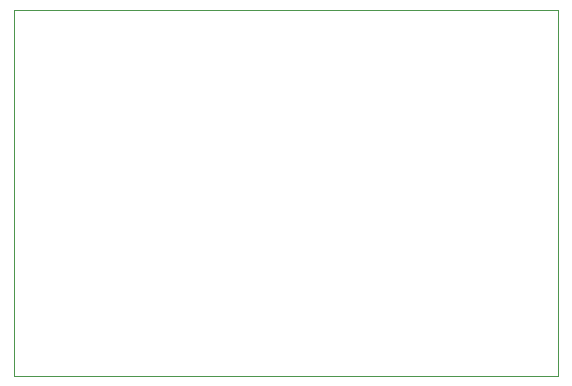
<source format=gko>
G04 #@! TF.FileFunction,Profile,NP*
%FSLAX46Y46*%
G04 Gerber Fmt 4.6, Leading zero omitted, Abs format (unit mm)*
G04 Created by KiCad (PCBNEW (after 2015-mar-04 BZR unknown)-product) date Wed 22 Apr 2015 11:16:48 PM EDT*
%MOMM*%
G01*
G04 APERTURE LIST*
%ADD10C,0.100000*%
G04 APERTURE END LIST*
D10*
X137000000Y-55000000D02*
X133000000Y-55000000D01*
X137000000Y-86000000D02*
X137000000Y-55000000D01*
X91000000Y-86000000D02*
X137000000Y-86000000D01*
X91000000Y-55000000D02*
X91000000Y-86000000D01*
X133000000Y-55000000D02*
X91000000Y-55000000D01*
M02*

</source>
